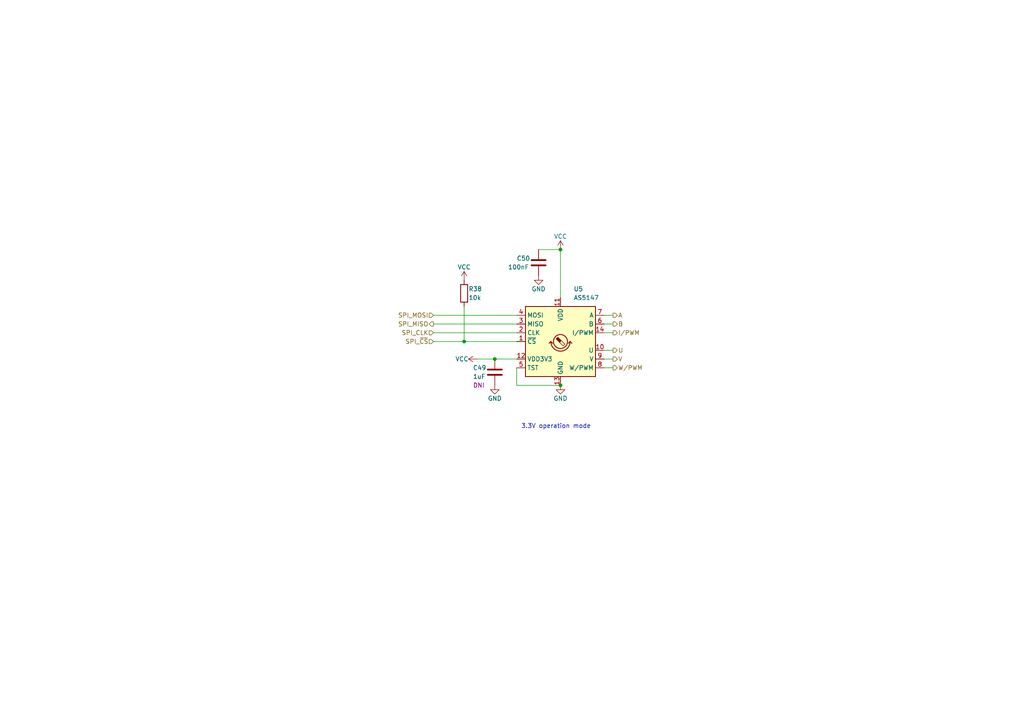
<source format=kicad_sch>
(kicad_sch (version 20230121) (generator eeschema)
  (paper "A4")
  (lib_symbols
    (symbol "Device:C" (pin_numbers hide) (pin_names (offset 0.254))
      (property "Reference" "C" (at 0.635 2.54 0))
      (property "Value" "C" (at 0.635 -2.54 0))
      (symbol "C_0_1"
        (polyline (pts (xy -2.032 -0.762) (xy 2.032 -0.762)) (stroke (width 0.508)))
        (polyline (pts (xy -2.032 0.762) (xy 2.032 0.762)) (stroke (width 0.508)))
      )
      (symbol "C_1_1"
        (pin passive line (at 0 3.81 270) (length 2.794) (name "~") (number "1"))
        (pin passive line (at 0 -3.81 90) (length 2.794) (name "~") (number "2"))
      )
    )
    (symbol "Device:R" (pin_numbers hide) (pin_names (offset 0))
      (property "Reference" "R" (at 2.032 0 90))
      (property "Value" "R" (at 0 0 90))
      (symbol "R_0_1"
        (rectangle (start -1.016 -2.54) (end 1.016 2.54) (stroke (width 0.254)))
      )
      (symbol "R_1_1"
        (pin passive line (at 0 3.81 270) (length 1.27) (name "~") (number "1"))
        (pin passive line (at 0 -3.81 90) (length 1.27) (name "~") (number "2"))
      )
    )
    (symbol "Sensor_Magnetic:AS5047D"
      (property "Reference" "U" (at -8.89 11.43 0))
      (property "Value" "AS5047D" (at 5.08 11.43 0))
      (symbol "AS5047D_1_1"
        (rectangle (start -10.16 10.16) (end 10.16 -10.16) (stroke (width 0.254)) (fill (type background)))
        (arc (start -2.794 0) (mid 0 -2.7819) (end 2.794 0) (stroke (width 0.254)))
        (polyline (pts (xy -2.794 0) (xy -3.302 -0.508)) (stroke (width 0.254)))
        (polyline (pts (xy -2.794 0) (xy -2.286 -0.508)) (stroke (width 0.254)))
        (polyline (pts (xy 2.794 0) (xy 2.286 -0.508)) (stroke (width 0.254)))
        (polyline (pts (xy 2.794 0) (xy 3.302 -0.508)) (stroke (width 0.254)))
        (polyline (pts (xy 0.254 0.254) (xy 1.27 -0.762) (xy 0.762 -1.27) (xy -0.254 -0.254)))
        (polyline (pts (xy -0.762 1.27) (xy 0.254 0.254) (xy -0.254 -0.254) (xy -1.27 0.762) (xy -1.016 1.016) (xy -0.762 1.27) (xy -0.635 1.143)) (fill (type outline)))
        (circle (center 0 0) (radius 2.032) (stroke (width 0.254)))
        (pin input line (at -12.7 0 0) (length 2.54) (name "~{CS}") (number "1"))
        (pin output line (at 12.7 -2.54 180) (length 2.54) (name "U") (number "10"))
        (pin power_in line (at 0 12.7 270) (length 2.54) (name "VDD") (number "11"))
        (pin power_out line (at -12.7 -5.08 0) (length 2.54) (name "VDD3V3") (number "12"))
        (pin power_in line (at 0 -12.7 90) (length 2.54) (name "GND") (number "13"))
        (pin output line (at 12.7 2.54 180) (length 2.54) (name "I/PWM") (number "14"))
        (pin input line (at -12.7 2.54 0) (length 2.54) (name "CLK") (number "2"))
        (pin output line (at -12.7 5.08 0) (length 2.54) (name "MISO") (number "3"))
        (pin input line (at -12.7 7.62 0) (length 2.54) (name "MOSI") (number "4"))
        (pin input line (at -12.7 -7.62 0) (length 2.54) (name "TST") (number "5"))
        (pin output line (at 12.7 5.08 180) (length 2.54) (name "B") (number "6"))
        (pin output line (at 12.7 7.62 180) (length 2.54) (name "A") (number "7"))
        (pin output line (at 12.7 -7.62 180) (length 2.54) (name "W/PWM") (number "8"))
        (pin output line (at 12.7 -5.08 180) (length 2.54) (name "V") (number "9"))
      )
    )
    (symbol "power:GND" (power) (pin_names (offset 0))
      (property "Value" "GND" (at 0 -3.81 0))
      (symbol "GND_0_1"
        (polyline (pts (xy 0 0) (xy 0 -1.27) (xy 1.27 -1.27) (xy 0 -2.54) (xy -1.27 -1.27) (xy 0 -1.27)))
      )
      (symbol "GND_1_1"
        (pin power_in line (at 0 0 270) (length 0) hide (name "GND") (number "1"))
      )
    )
    (symbol "power:VCC" (power) (pin_names (offset 0))
      (property "Value" "VCC" (at 0 3.81 0))
      (symbol "VCC_0_1"
        (polyline (pts (xy -0.762 1.27) (xy 0 2.54)))
        (polyline (pts (xy 0 0) (xy 0 2.54)))
        (polyline (pts (xy 0 2.54) (xy 0.762 1.27)))
      )
      (symbol "VCC_1_1"
        (pin power_in line (at 0 0 90) (length 0) hide (name "VCC") (number "1"))
      )
    )
  )
  (junction (at 134.62 99.06))
  (junction (at 162.56 111.76))
  (junction (at 162.56 72.39))
  (junction (at 143.51 104.14))
  (wire (pts (xy 125.73 93.98) (xy 149.86 93.98)))
  (wire (pts (xy 177.8 96.52) (xy 175.26 96.52)))
  (wire (pts (xy 134.62 99.06) (xy 149.86 99.06)))
  (wire (pts (xy 177.8 93.98) (xy 175.26 93.98)))
  (wire (pts (xy 125.73 99.06) (xy 134.62 99.06)))
  (wire (pts (xy 143.51 104.14) (xy 149.86 104.14)))
  (wire (pts (xy 177.8 106.68) (xy 175.26 106.68)))
  (wire (pts (xy 134.62 88.9) (xy 134.62 99.06)))
  (wire (pts (xy 177.8 91.44) (xy 175.26 91.44)))
  (wire (pts (xy 149.86 106.68) (xy 149.86 111.76)))
  (wire (pts (xy 177.8 104.14) (xy 175.26 104.14)))
  (wire (pts (xy 149.86 111.76) (xy 162.56 111.76)))
  (wire (pts (xy 125.73 91.44) (xy 149.86 91.44)))
  (wire (pts (xy 162.56 72.39) (xy 162.56 86.36)))
  (wire (pts (xy 177.8 101.6) (xy 175.26 101.6)))
  (wire (pts (xy 125.73 96.52) (xy 149.86 96.52)))
  (wire (pts (xy 156.21 72.39) (xy 162.56 72.39)))
  (wire (pts (xy 138.43 104.14) (xy 143.51 104.14)))
  (text "3.3V operation mode" (at 151.13 124.46 0) (effects (font (size 1.27 1.27)) (justify left bottom)))
  (hierarchical_label "SPI_MISO" (shape output) (at 125.73 93.98 180))
  (hierarchical_label "W{slash}PWM" (shape output) (at 177.8 106.68 0))
  (hierarchical_label "B" (shape output) (at 177.8 93.98 0))
  (hierarchical_label "I{slash}PWM" (shape output) (at 177.8 96.52 0))
  (hierarchical_label "SPI_CLK" (shape input) (at 125.73 96.52 180))
  (hierarchical_label "V" (shape output) (at 177.8 104.14 0))
  (hierarchical_label "SPI_~{CS}" (shape input) (at 125.73 99.06 180))
  (hierarchical_label "U" (shape output) (at 177.8 101.6 0))
  (hierarchical_label "SPI_MOSI" (shape input) (at 125.73 91.44 180))
  (hierarchical_label "A" (shape output) (at 177.8 91.44 0))
  (symbol (lib_id "Device:C") (at 156.21 76.2 0) (unit 1)
    (property "Reference" "C50" (at 149.86 74.93 0) (effects (justify left)))
    (property "Value" "100nF" (at 147.32 77.47 0) (effects (justify left)))
    (property "Footprint" "Capacitor_SMD:C_0603_1608Metric" (effects hide))
    (property "Basic Part" "Y" (effects hide))
  )
  (symbol (lib_id "power:GND") (at 143.51 111.76 0) (unit 1)
    (property "Reference" "#PWR077" (effects hide))
    (property "Value" "GND" (at 143.51 115.57 0))
  )
  (symbol (lib_id "power:GND") (at 162.56 111.76 0) (unit 1)
    (property "Reference" "#PWR080" (effects hide))
    (property "Value" "GND" (at 162.56 115.57 0))
  )
  (symbol (lib_id "Device:C") (at 143.51 107.95 0) (unit 1)
    (property "Reference" "C49" (at 137.16 106.68 0) (effects (justify left)))
    (property "Value" "1uF" (at 137.16 109.22 0) (effects (justify left)))
    (property "Footprint" "Capacitor_SMD:C_0603_1608Metric" (effects hide))
    (property "Note" "DNI" (at 137.16 111.76 0) (effects (justify left)))
    (property "Basic Part" "Y" (effects hide))
  )
  (symbol (lib_id "Device:R") (at 134.62 85.09 0) (unit 1)
    (property "Reference" "R38" (at 135.89 83.82 0) (effects (justify left)))
    (property "Value" "10k" (at 135.89 86.36 0) (effects (justify left)))
    (property "Footprint" "Resistor_SMD:R_0402_1005Metric" (effects hide))
    (property "JLCPCB Part #" "C25744" (effects hide))
    (property "MFR.Part #" "0402WGF1002TCE" (effects hide))
    (property "Basic Part" "Y" (effects hide))
  )
  (symbol (lib_id "power:VCC") (at 134.62 81.28 0) (unit 1)
    (property "Reference" "#PWR075" (effects hide))
    (property "Value" "VCC" (at 134.62 77.47 0))
  )
  (symbol (lib_id "Sensor_Magnetic:AS5047D") (at 162.56 99.06 0) (unit 1)
    (property "Reference" "U5" (at 166.37 83.82 0) (effects (justify left)))
    (property "Value" "AS5147" (at 166.37 86.36 0) (effects (justify left)))
    (property "Footprint" "Package_SO:TSSOP-14_4.4x5mm_P0.65mm" (effects hide))
    (property "Datasheet" "https://ams.com/documents/20143/36005/AS5047D_DS000394_2-00.pdf" (effects hide))
    (property "JLCPCB Part #" "C481876" (effects hide))
    (property "MFR.Part #" "AS5147P-HTSM" (effects hide))
    (property "Basic Part" "N" (effects hide))
  )
  (symbol (lib_id "power:VCC") (at 162.56 72.39 0) (unit 1)
    (property "Reference" "#PWR079" (effects hide))
    (property "Value" "VCC" (at 162.56 68.58 0))
  )
  (symbol (lib_id "power:GND") (at 156.21 80.01 0) (unit 1)
    (property "Reference" "#PWR078" (effects hide))
    (property "Value" "GND" (at 156.21 83.82 0))
  )
  (symbol (lib_id "power:VCC") (at 138.43 104.14 90) (unit 1)
    (property "Reference" "#PWR076" (effects hide))
    (property "Value" "VCC" (at 135.89 104.14 90) (effects (justify left)))
  )
)
</source>
